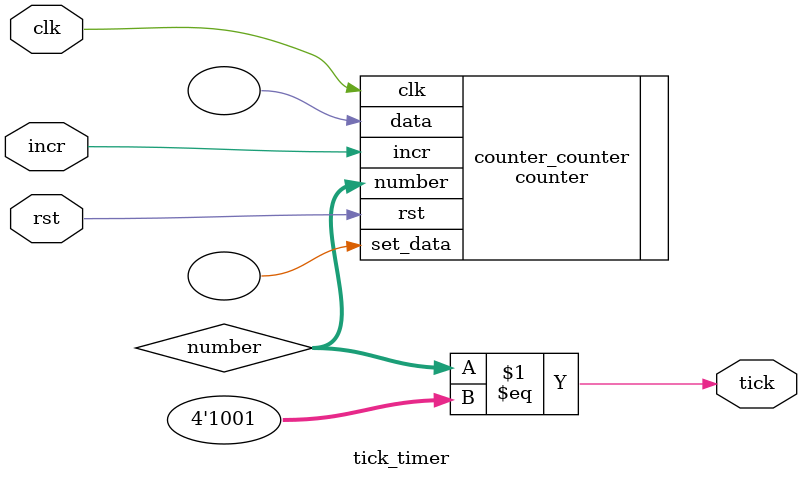
<source format=v>
module tick_timer
#(
    parameter   MODULUS = 10,
    parameter   NBITS   = $clog2(MODULUS)
)
(
    input   clk,
    input   rst,
    input   incr,
    output  tick
);

wire [NBITS-1:0] number;

counter
#(
    .MODULUS    (MODULUS)
) counter_counter
(
    .clk        (clk),
    .rst        (rst),
    .incr       (incr),
    .number     (number),
    .set_data   (),
    .data       ()
);

assign tick = (number == MODULUS - 1);

endmodule
</source>
